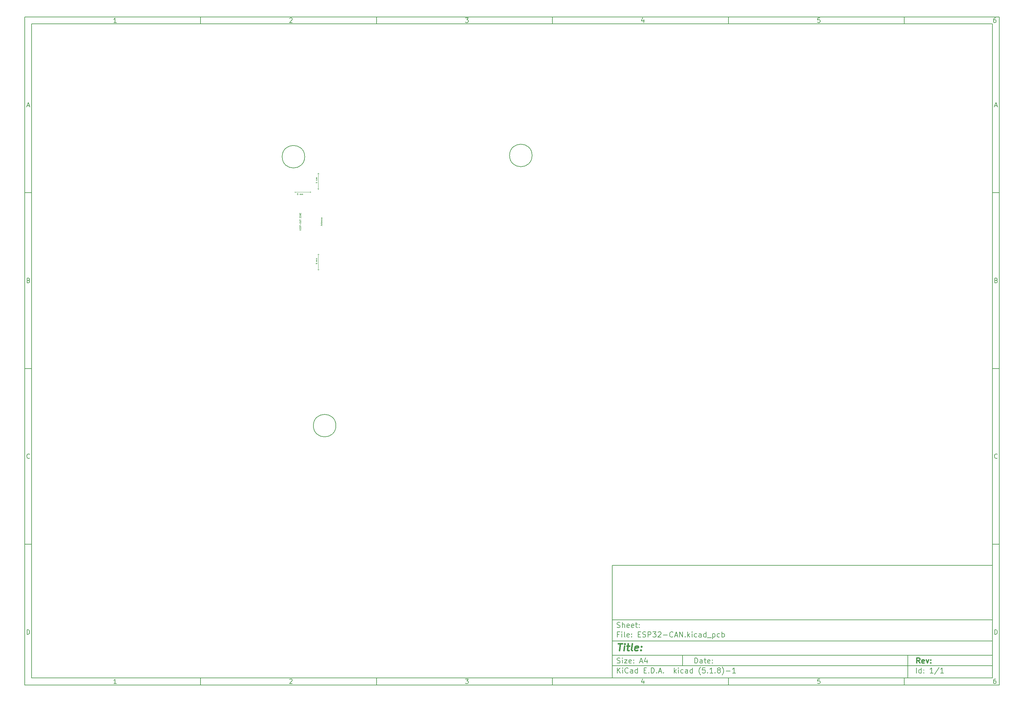
<source format=gbr>
G04 #@! TF.GenerationSoftware,KiCad,Pcbnew,(5.1.8)-1*
G04 #@! TF.CreationDate,2021-04-07T18:57:30+08:00*
G04 #@! TF.ProjectId,ESP32-CAN,45535033-322d-4434-914e-2e6b69636164,rev?*
G04 #@! TF.SameCoordinates,Original*
G04 #@! TF.FileFunction,Other,Comment*
%FSLAX46Y46*%
G04 Gerber Fmt 4.6, Leading zero omitted, Abs format (unit mm)*
G04 Created by KiCad (PCBNEW (5.1.8)-1) date 2021-04-07 18:57:30*
%MOMM*%
%LPD*%
G01*
G04 APERTURE LIST*
%ADD10C,0.100000*%
%ADD11C,0.150000*%
%ADD12C,0.300000*%
%ADD13C,0.400000*%
G04 APERTURE END LIST*
D10*
D11*
X177002200Y-166007200D02*
X177002200Y-198007200D01*
X285002200Y-198007200D01*
X285002200Y-166007200D01*
X177002200Y-166007200D01*
D10*
D11*
X10000000Y-10000000D02*
X10000000Y-200007200D01*
X287002200Y-200007200D01*
X287002200Y-10000000D01*
X10000000Y-10000000D01*
D10*
D11*
X12000000Y-12000000D02*
X12000000Y-198007200D01*
X285002200Y-198007200D01*
X285002200Y-12000000D01*
X12000000Y-12000000D01*
D10*
D11*
X60000000Y-12000000D02*
X60000000Y-10000000D01*
D10*
D11*
X110000000Y-12000000D02*
X110000000Y-10000000D01*
D10*
D11*
X160000000Y-12000000D02*
X160000000Y-10000000D01*
D10*
D11*
X210000000Y-12000000D02*
X210000000Y-10000000D01*
D10*
D11*
X260000000Y-12000000D02*
X260000000Y-10000000D01*
D10*
D11*
X36065476Y-11588095D02*
X35322619Y-11588095D01*
X35694047Y-11588095D02*
X35694047Y-10288095D01*
X35570238Y-10473809D01*
X35446428Y-10597619D01*
X35322619Y-10659523D01*
D10*
D11*
X85322619Y-10411904D02*
X85384523Y-10350000D01*
X85508333Y-10288095D01*
X85817857Y-10288095D01*
X85941666Y-10350000D01*
X86003571Y-10411904D01*
X86065476Y-10535714D01*
X86065476Y-10659523D01*
X86003571Y-10845238D01*
X85260714Y-11588095D01*
X86065476Y-11588095D01*
D10*
D11*
X135260714Y-10288095D02*
X136065476Y-10288095D01*
X135632142Y-10783333D01*
X135817857Y-10783333D01*
X135941666Y-10845238D01*
X136003571Y-10907142D01*
X136065476Y-11030952D01*
X136065476Y-11340476D01*
X136003571Y-11464285D01*
X135941666Y-11526190D01*
X135817857Y-11588095D01*
X135446428Y-11588095D01*
X135322619Y-11526190D01*
X135260714Y-11464285D01*
D10*
D11*
X185941666Y-10721428D02*
X185941666Y-11588095D01*
X185632142Y-10226190D02*
X185322619Y-11154761D01*
X186127380Y-11154761D01*
D10*
D11*
X236003571Y-10288095D02*
X235384523Y-10288095D01*
X235322619Y-10907142D01*
X235384523Y-10845238D01*
X235508333Y-10783333D01*
X235817857Y-10783333D01*
X235941666Y-10845238D01*
X236003571Y-10907142D01*
X236065476Y-11030952D01*
X236065476Y-11340476D01*
X236003571Y-11464285D01*
X235941666Y-11526190D01*
X235817857Y-11588095D01*
X235508333Y-11588095D01*
X235384523Y-11526190D01*
X235322619Y-11464285D01*
D10*
D11*
X285941666Y-10288095D02*
X285694047Y-10288095D01*
X285570238Y-10350000D01*
X285508333Y-10411904D01*
X285384523Y-10597619D01*
X285322619Y-10845238D01*
X285322619Y-11340476D01*
X285384523Y-11464285D01*
X285446428Y-11526190D01*
X285570238Y-11588095D01*
X285817857Y-11588095D01*
X285941666Y-11526190D01*
X286003571Y-11464285D01*
X286065476Y-11340476D01*
X286065476Y-11030952D01*
X286003571Y-10907142D01*
X285941666Y-10845238D01*
X285817857Y-10783333D01*
X285570238Y-10783333D01*
X285446428Y-10845238D01*
X285384523Y-10907142D01*
X285322619Y-11030952D01*
D10*
D11*
X60000000Y-198007200D02*
X60000000Y-200007200D01*
D10*
D11*
X110000000Y-198007200D02*
X110000000Y-200007200D01*
D10*
D11*
X160000000Y-198007200D02*
X160000000Y-200007200D01*
D10*
D11*
X210000000Y-198007200D02*
X210000000Y-200007200D01*
D10*
D11*
X260000000Y-198007200D02*
X260000000Y-200007200D01*
D10*
D11*
X36065476Y-199595295D02*
X35322619Y-199595295D01*
X35694047Y-199595295D02*
X35694047Y-198295295D01*
X35570238Y-198481009D01*
X35446428Y-198604819D01*
X35322619Y-198666723D01*
D10*
D11*
X85322619Y-198419104D02*
X85384523Y-198357200D01*
X85508333Y-198295295D01*
X85817857Y-198295295D01*
X85941666Y-198357200D01*
X86003571Y-198419104D01*
X86065476Y-198542914D01*
X86065476Y-198666723D01*
X86003571Y-198852438D01*
X85260714Y-199595295D01*
X86065476Y-199595295D01*
D10*
D11*
X135260714Y-198295295D02*
X136065476Y-198295295D01*
X135632142Y-198790533D01*
X135817857Y-198790533D01*
X135941666Y-198852438D01*
X136003571Y-198914342D01*
X136065476Y-199038152D01*
X136065476Y-199347676D01*
X136003571Y-199471485D01*
X135941666Y-199533390D01*
X135817857Y-199595295D01*
X135446428Y-199595295D01*
X135322619Y-199533390D01*
X135260714Y-199471485D01*
D10*
D11*
X185941666Y-198728628D02*
X185941666Y-199595295D01*
X185632142Y-198233390D02*
X185322619Y-199161961D01*
X186127380Y-199161961D01*
D10*
D11*
X236003571Y-198295295D02*
X235384523Y-198295295D01*
X235322619Y-198914342D01*
X235384523Y-198852438D01*
X235508333Y-198790533D01*
X235817857Y-198790533D01*
X235941666Y-198852438D01*
X236003571Y-198914342D01*
X236065476Y-199038152D01*
X236065476Y-199347676D01*
X236003571Y-199471485D01*
X235941666Y-199533390D01*
X235817857Y-199595295D01*
X235508333Y-199595295D01*
X235384523Y-199533390D01*
X235322619Y-199471485D01*
D10*
D11*
X285941666Y-198295295D02*
X285694047Y-198295295D01*
X285570238Y-198357200D01*
X285508333Y-198419104D01*
X285384523Y-198604819D01*
X285322619Y-198852438D01*
X285322619Y-199347676D01*
X285384523Y-199471485D01*
X285446428Y-199533390D01*
X285570238Y-199595295D01*
X285817857Y-199595295D01*
X285941666Y-199533390D01*
X286003571Y-199471485D01*
X286065476Y-199347676D01*
X286065476Y-199038152D01*
X286003571Y-198914342D01*
X285941666Y-198852438D01*
X285817857Y-198790533D01*
X285570238Y-198790533D01*
X285446428Y-198852438D01*
X285384523Y-198914342D01*
X285322619Y-199038152D01*
D10*
D11*
X10000000Y-60000000D02*
X12000000Y-60000000D01*
D10*
D11*
X10000000Y-110000000D02*
X12000000Y-110000000D01*
D10*
D11*
X10000000Y-160000000D02*
X12000000Y-160000000D01*
D10*
D11*
X10690476Y-35216666D02*
X11309523Y-35216666D01*
X10566666Y-35588095D02*
X11000000Y-34288095D01*
X11433333Y-35588095D01*
D10*
D11*
X11092857Y-84907142D02*
X11278571Y-84969047D01*
X11340476Y-85030952D01*
X11402380Y-85154761D01*
X11402380Y-85340476D01*
X11340476Y-85464285D01*
X11278571Y-85526190D01*
X11154761Y-85588095D01*
X10659523Y-85588095D01*
X10659523Y-84288095D01*
X11092857Y-84288095D01*
X11216666Y-84350000D01*
X11278571Y-84411904D01*
X11340476Y-84535714D01*
X11340476Y-84659523D01*
X11278571Y-84783333D01*
X11216666Y-84845238D01*
X11092857Y-84907142D01*
X10659523Y-84907142D01*
D10*
D11*
X11402380Y-135464285D02*
X11340476Y-135526190D01*
X11154761Y-135588095D01*
X11030952Y-135588095D01*
X10845238Y-135526190D01*
X10721428Y-135402380D01*
X10659523Y-135278571D01*
X10597619Y-135030952D01*
X10597619Y-134845238D01*
X10659523Y-134597619D01*
X10721428Y-134473809D01*
X10845238Y-134350000D01*
X11030952Y-134288095D01*
X11154761Y-134288095D01*
X11340476Y-134350000D01*
X11402380Y-134411904D01*
D10*
D11*
X10659523Y-185588095D02*
X10659523Y-184288095D01*
X10969047Y-184288095D01*
X11154761Y-184350000D01*
X11278571Y-184473809D01*
X11340476Y-184597619D01*
X11402380Y-184845238D01*
X11402380Y-185030952D01*
X11340476Y-185278571D01*
X11278571Y-185402380D01*
X11154761Y-185526190D01*
X10969047Y-185588095D01*
X10659523Y-185588095D01*
D10*
D11*
X287002200Y-60000000D02*
X285002200Y-60000000D01*
D10*
D11*
X287002200Y-110000000D02*
X285002200Y-110000000D01*
D10*
D11*
X287002200Y-160000000D02*
X285002200Y-160000000D01*
D10*
D11*
X285692676Y-35216666D02*
X286311723Y-35216666D01*
X285568866Y-35588095D02*
X286002200Y-34288095D01*
X286435533Y-35588095D01*
D10*
D11*
X286095057Y-84907142D02*
X286280771Y-84969047D01*
X286342676Y-85030952D01*
X286404580Y-85154761D01*
X286404580Y-85340476D01*
X286342676Y-85464285D01*
X286280771Y-85526190D01*
X286156961Y-85588095D01*
X285661723Y-85588095D01*
X285661723Y-84288095D01*
X286095057Y-84288095D01*
X286218866Y-84350000D01*
X286280771Y-84411904D01*
X286342676Y-84535714D01*
X286342676Y-84659523D01*
X286280771Y-84783333D01*
X286218866Y-84845238D01*
X286095057Y-84907142D01*
X285661723Y-84907142D01*
D10*
D11*
X286404580Y-135464285D02*
X286342676Y-135526190D01*
X286156961Y-135588095D01*
X286033152Y-135588095D01*
X285847438Y-135526190D01*
X285723628Y-135402380D01*
X285661723Y-135278571D01*
X285599819Y-135030952D01*
X285599819Y-134845238D01*
X285661723Y-134597619D01*
X285723628Y-134473809D01*
X285847438Y-134350000D01*
X286033152Y-134288095D01*
X286156961Y-134288095D01*
X286342676Y-134350000D01*
X286404580Y-134411904D01*
D10*
D11*
X285661723Y-185588095D02*
X285661723Y-184288095D01*
X285971247Y-184288095D01*
X286156961Y-184350000D01*
X286280771Y-184473809D01*
X286342676Y-184597619D01*
X286404580Y-184845238D01*
X286404580Y-185030952D01*
X286342676Y-185278571D01*
X286280771Y-185402380D01*
X286156961Y-185526190D01*
X285971247Y-185588095D01*
X285661723Y-185588095D01*
D10*
D11*
X200434342Y-193785771D02*
X200434342Y-192285771D01*
X200791485Y-192285771D01*
X201005771Y-192357200D01*
X201148628Y-192500057D01*
X201220057Y-192642914D01*
X201291485Y-192928628D01*
X201291485Y-193142914D01*
X201220057Y-193428628D01*
X201148628Y-193571485D01*
X201005771Y-193714342D01*
X200791485Y-193785771D01*
X200434342Y-193785771D01*
X202577200Y-193785771D02*
X202577200Y-193000057D01*
X202505771Y-192857200D01*
X202362914Y-192785771D01*
X202077200Y-192785771D01*
X201934342Y-192857200D01*
X202577200Y-193714342D02*
X202434342Y-193785771D01*
X202077200Y-193785771D01*
X201934342Y-193714342D01*
X201862914Y-193571485D01*
X201862914Y-193428628D01*
X201934342Y-193285771D01*
X202077200Y-193214342D01*
X202434342Y-193214342D01*
X202577200Y-193142914D01*
X203077200Y-192785771D02*
X203648628Y-192785771D01*
X203291485Y-192285771D02*
X203291485Y-193571485D01*
X203362914Y-193714342D01*
X203505771Y-193785771D01*
X203648628Y-193785771D01*
X204720057Y-193714342D02*
X204577200Y-193785771D01*
X204291485Y-193785771D01*
X204148628Y-193714342D01*
X204077200Y-193571485D01*
X204077200Y-193000057D01*
X204148628Y-192857200D01*
X204291485Y-192785771D01*
X204577200Y-192785771D01*
X204720057Y-192857200D01*
X204791485Y-193000057D01*
X204791485Y-193142914D01*
X204077200Y-193285771D01*
X205434342Y-193642914D02*
X205505771Y-193714342D01*
X205434342Y-193785771D01*
X205362914Y-193714342D01*
X205434342Y-193642914D01*
X205434342Y-193785771D01*
X205434342Y-192857200D02*
X205505771Y-192928628D01*
X205434342Y-193000057D01*
X205362914Y-192928628D01*
X205434342Y-192857200D01*
X205434342Y-193000057D01*
D10*
D11*
X177002200Y-194507200D02*
X285002200Y-194507200D01*
D10*
D11*
X178434342Y-196585771D02*
X178434342Y-195085771D01*
X179291485Y-196585771D02*
X178648628Y-195728628D01*
X179291485Y-195085771D02*
X178434342Y-195942914D01*
X179934342Y-196585771D02*
X179934342Y-195585771D01*
X179934342Y-195085771D02*
X179862914Y-195157200D01*
X179934342Y-195228628D01*
X180005771Y-195157200D01*
X179934342Y-195085771D01*
X179934342Y-195228628D01*
X181505771Y-196442914D02*
X181434342Y-196514342D01*
X181220057Y-196585771D01*
X181077200Y-196585771D01*
X180862914Y-196514342D01*
X180720057Y-196371485D01*
X180648628Y-196228628D01*
X180577200Y-195942914D01*
X180577200Y-195728628D01*
X180648628Y-195442914D01*
X180720057Y-195300057D01*
X180862914Y-195157200D01*
X181077200Y-195085771D01*
X181220057Y-195085771D01*
X181434342Y-195157200D01*
X181505771Y-195228628D01*
X182791485Y-196585771D02*
X182791485Y-195800057D01*
X182720057Y-195657200D01*
X182577200Y-195585771D01*
X182291485Y-195585771D01*
X182148628Y-195657200D01*
X182791485Y-196514342D02*
X182648628Y-196585771D01*
X182291485Y-196585771D01*
X182148628Y-196514342D01*
X182077200Y-196371485D01*
X182077200Y-196228628D01*
X182148628Y-196085771D01*
X182291485Y-196014342D01*
X182648628Y-196014342D01*
X182791485Y-195942914D01*
X184148628Y-196585771D02*
X184148628Y-195085771D01*
X184148628Y-196514342D02*
X184005771Y-196585771D01*
X183720057Y-196585771D01*
X183577200Y-196514342D01*
X183505771Y-196442914D01*
X183434342Y-196300057D01*
X183434342Y-195871485D01*
X183505771Y-195728628D01*
X183577200Y-195657200D01*
X183720057Y-195585771D01*
X184005771Y-195585771D01*
X184148628Y-195657200D01*
X186005771Y-195800057D02*
X186505771Y-195800057D01*
X186720057Y-196585771D02*
X186005771Y-196585771D01*
X186005771Y-195085771D01*
X186720057Y-195085771D01*
X187362914Y-196442914D02*
X187434342Y-196514342D01*
X187362914Y-196585771D01*
X187291485Y-196514342D01*
X187362914Y-196442914D01*
X187362914Y-196585771D01*
X188077200Y-196585771D02*
X188077200Y-195085771D01*
X188434342Y-195085771D01*
X188648628Y-195157200D01*
X188791485Y-195300057D01*
X188862914Y-195442914D01*
X188934342Y-195728628D01*
X188934342Y-195942914D01*
X188862914Y-196228628D01*
X188791485Y-196371485D01*
X188648628Y-196514342D01*
X188434342Y-196585771D01*
X188077200Y-196585771D01*
X189577200Y-196442914D02*
X189648628Y-196514342D01*
X189577200Y-196585771D01*
X189505771Y-196514342D01*
X189577200Y-196442914D01*
X189577200Y-196585771D01*
X190220057Y-196157200D02*
X190934342Y-196157200D01*
X190077200Y-196585771D02*
X190577200Y-195085771D01*
X191077200Y-196585771D01*
X191577200Y-196442914D02*
X191648628Y-196514342D01*
X191577200Y-196585771D01*
X191505771Y-196514342D01*
X191577200Y-196442914D01*
X191577200Y-196585771D01*
X194577200Y-196585771D02*
X194577200Y-195085771D01*
X194720057Y-196014342D02*
X195148628Y-196585771D01*
X195148628Y-195585771D02*
X194577200Y-196157200D01*
X195791485Y-196585771D02*
X195791485Y-195585771D01*
X195791485Y-195085771D02*
X195720057Y-195157200D01*
X195791485Y-195228628D01*
X195862914Y-195157200D01*
X195791485Y-195085771D01*
X195791485Y-195228628D01*
X197148628Y-196514342D02*
X197005771Y-196585771D01*
X196720057Y-196585771D01*
X196577200Y-196514342D01*
X196505771Y-196442914D01*
X196434342Y-196300057D01*
X196434342Y-195871485D01*
X196505771Y-195728628D01*
X196577200Y-195657200D01*
X196720057Y-195585771D01*
X197005771Y-195585771D01*
X197148628Y-195657200D01*
X198434342Y-196585771D02*
X198434342Y-195800057D01*
X198362914Y-195657200D01*
X198220057Y-195585771D01*
X197934342Y-195585771D01*
X197791485Y-195657200D01*
X198434342Y-196514342D02*
X198291485Y-196585771D01*
X197934342Y-196585771D01*
X197791485Y-196514342D01*
X197720057Y-196371485D01*
X197720057Y-196228628D01*
X197791485Y-196085771D01*
X197934342Y-196014342D01*
X198291485Y-196014342D01*
X198434342Y-195942914D01*
X199791485Y-196585771D02*
X199791485Y-195085771D01*
X199791485Y-196514342D02*
X199648628Y-196585771D01*
X199362914Y-196585771D01*
X199220057Y-196514342D01*
X199148628Y-196442914D01*
X199077200Y-196300057D01*
X199077200Y-195871485D01*
X199148628Y-195728628D01*
X199220057Y-195657200D01*
X199362914Y-195585771D01*
X199648628Y-195585771D01*
X199791485Y-195657200D01*
X202077200Y-197157200D02*
X202005771Y-197085771D01*
X201862914Y-196871485D01*
X201791485Y-196728628D01*
X201720057Y-196514342D01*
X201648628Y-196157200D01*
X201648628Y-195871485D01*
X201720057Y-195514342D01*
X201791485Y-195300057D01*
X201862914Y-195157200D01*
X202005771Y-194942914D01*
X202077200Y-194871485D01*
X203362914Y-195085771D02*
X202648628Y-195085771D01*
X202577200Y-195800057D01*
X202648628Y-195728628D01*
X202791485Y-195657200D01*
X203148628Y-195657200D01*
X203291485Y-195728628D01*
X203362914Y-195800057D01*
X203434342Y-195942914D01*
X203434342Y-196300057D01*
X203362914Y-196442914D01*
X203291485Y-196514342D01*
X203148628Y-196585771D01*
X202791485Y-196585771D01*
X202648628Y-196514342D01*
X202577200Y-196442914D01*
X204077200Y-196442914D02*
X204148628Y-196514342D01*
X204077200Y-196585771D01*
X204005771Y-196514342D01*
X204077200Y-196442914D01*
X204077200Y-196585771D01*
X205577200Y-196585771D02*
X204720057Y-196585771D01*
X205148628Y-196585771D02*
X205148628Y-195085771D01*
X205005771Y-195300057D01*
X204862914Y-195442914D01*
X204720057Y-195514342D01*
X206220057Y-196442914D02*
X206291485Y-196514342D01*
X206220057Y-196585771D01*
X206148628Y-196514342D01*
X206220057Y-196442914D01*
X206220057Y-196585771D01*
X207148628Y-195728628D02*
X207005771Y-195657200D01*
X206934342Y-195585771D01*
X206862914Y-195442914D01*
X206862914Y-195371485D01*
X206934342Y-195228628D01*
X207005771Y-195157200D01*
X207148628Y-195085771D01*
X207434342Y-195085771D01*
X207577200Y-195157200D01*
X207648628Y-195228628D01*
X207720057Y-195371485D01*
X207720057Y-195442914D01*
X207648628Y-195585771D01*
X207577200Y-195657200D01*
X207434342Y-195728628D01*
X207148628Y-195728628D01*
X207005771Y-195800057D01*
X206934342Y-195871485D01*
X206862914Y-196014342D01*
X206862914Y-196300057D01*
X206934342Y-196442914D01*
X207005771Y-196514342D01*
X207148628Y-196585771D01*
X207434342Y-196585771D01*
X207577200Y-196514342D01*
X207648628Y-196442914D01*
X207720057Y-196300057D01*
X207720057Y-196014342D01*
X207648628Y-195871485D01*
X207577200Y-195800057D01*
X207434342Y-195728628D01*
X208220057Y-197157200D02*
X208291485Y-197085771D01*
X208434342Y-196871485D01*
X208505771Y-196728628D01*
X208577200Y-196514342D01*
X208648628Y-196157200D01*
X208648628Y-195871485D01*
X208577200Y-195514342D01*
X208505771Y-195300057D01*
X208434342Y-195157200D01*
X208291485Y-194942914D01*
X208220057Y-194871485D01*
X209362914Y-196014342D02*
X210505771Y-196014342D01*
X212005771Y-196585771D02*
X211148628Y-196585771D01*
X211577200Y-196585771D02*
X211577200Y-195085771D01*
X211434342Y-195300057D01*
X211291485Y-195442914D01*
X211148628Y-195514342D01*
D10*
D11*
X177002200Y-191507200D02*
X285002200Y-191507200D01*
D10*
D12*
X264411485Y-193785771D02*
X263911485Y-193071485D01*
X263554342Y-193785771D02*
X263554342Y-192285771D01*
X264125771Y-192285771D01*
X264268628Y-192357200D01*
X264340057Y-192428628D01*
X264411485Y-192571485D01*
X264411485Y-192785771D01*
X264340057Y-192928628D01*
X264268628Y-193000057D01*
X264125771Y-193071485D01*
X263554342Y-193071485D01*
X265625771Y-193714342D02*
X265482914Y-193785771D01*
X265197200Y-193785771D01*
X265054342Y-193714342D01*
X264982914Y-193571485D01*
X264982914Y-193000057D01*
X265054342Y-192857200D01*
X265197200Y-192785771D01*
X265482914Y-192785771D01*
X265625771Y-192857200D01*
X265697200Y-193000057D01*
X265697200Y-193142914D01*
X264982914Y-193285771D01*
X266197200Y-192785771D02*
X266554342Y-193785771D01*
X266911485Y-192785771D01*
X267482914Y-193642914D02*
X267554342Y-193714342D01*
X267482914Y-193785771D01*
X267411485Y-193714342D01*
X267482914Y-193642914D01*
X267482914Y-193785771D01*
X267482914Y-192857200D02*
X267554342Y-192928628D01*
X267482914Y-193000057D01*
X267411485Y-192928628D01*
X267482914Y-192857200D01*
X267482914Y-193000057D01*
D10*
D11*
X178362914Y-193714342D02*
X178577200Y-193785771D01*
X178934342Y-193785771D01*
X179077200Y-193714342D01*
X179148628Y-193642914D01*
X179220057Y-193500057D01*
X179220057Y-193357200D01*
X179148628Y-193214342D01*
X179077200Y-193142914D01*
X178934342Y-193071485D01*
X178648628Y-193000057D01*
X178505771Y-192928628D01*
X178434342Y-192857200D01*
X178362914Y-192714342D01*
X178362914Y-192571485D01*
X178434342Y-192428628D01*
X178505771Y-192357200D01*
X178648628Y-192285771D01*
X179005771Y-192285771D01*
X179220057Y-192357200D01*
X179862914Y-193785771D02*
X179862914Y-192785771D01*
X179862914Y-192285771D02*
X179791485Y-192357200D01*
X179862914Y-192428628D01*
X179934342Y-192357200D01*
X179862914Y-192285771D01*
X179862914Y-192428628D01*
X180434342Y-192785771D02*
X181220057Y-192785771D01*
X180434342Y-193785771D01*
X181220057Y-193785771D01*
X182362914Y-193714342D02*
X182220057Y-193785771D01*
X181934342Y-193785771D01*
X181791485Y-193714342D01*
X181720057Y-193571485D01*
X181720057Y-193000057D01*
X181791485Y-192857200D01*
X181934342Y-192785771D01*
X182220057Y-192785771D01*
X182362914Y-192857200D01*
X182434342Y-193000057D01*
X182434342Y-193142914D01*
X181720057Y-193285771D01*
X183077200Y-193642914D02*
X183148628Y-193714342D01*
X183077200Y-193785771D01*
X183005771Y-193714342D01*
X183077200Y-193642914D01*
X183077200Y-193785771D01*
X183077200Y-192857200D02*
X183148628Y-192928628D01*
X183077200Y-193000057D01*
X183005771Y-192928628D01*
X183077200Y-192857200D01*
X183077200Y-193000057D01*
X184862914Y-193357200D02*
X185577200Y-193357200D01*
X184720057Y-193785771D02*
X185220057Y-192285771D01*
X185720057Y-193785771D01*
X186862914Y-192785771D02*
X186862914Y-193785771D01*
X186505771Y-192214342D02*
X186148628Y-193285771D01*
X187077200Y-193285771D01*
D10*
D11*
X263434342Y-196585771D02*
X263434342Y-195085771D01*
X264791485Y-196585771D02*
X264791485Y-195085771D01*
X264791485Y-196514342D02*
X264648628Y-196585771D01*
X264362914Y-196585771D01*
X264220057Y-196514342D01*
X264148628Y-196442914D01*
X264077200Y-196300057D01*
X264077200Y-195871485D01*
X264148628Y-195728628D01*
X264220057Y-195657200D01*
X264362914Y-195585771D01*
X264648628Y-195585771D01*
X264791485Y-195657200D01*
X265505771Y-196442914D02*
X265577200Y-196514342D01*
X265505771Y-196585771D01*
X265434342Y-196514342D01*
X265505771Y-196442914D01*
X265505771Y-196585771D01*
X265505771Y-195657200D02*
X265577200Y-195728628D01*
X265505771Y-195800057D01*
X265434342Y-195728628D01*
X265505771Y-195657200D01*
X265505771Y-195800057D01*
X268148628Y-196585771D02*
X267291485Y-196585771D01*
X267720057Y-196585771D02*
X267720057Y-195085771D01*
X267577200Y-195300057D01*
X267434342Y-195442914D01*
X267291485Y-195514342D01*
X269862914Y-195014342D02*
X268577200Y-196942914D01*
X271148628Y-196585771D02*
X270291485Y-196585771D01*
X270720057Y-196585771D02*
X270720057Y-195085771D01*
X270577200Y-195300057D01*
X270434342Y-195442914D01*
X270291485Y-195514342D01*
D10*
D11*
X177002200Y-187507200D02*
X285002200Y-187507200D01*
D10*
D13*
X178714580Y-188211961D02*
X179857438Y-188211961D01*
X179036009Y-190211961D02*
X179286009Y-188211961D01*
X180274104Y-190211961D02*
X180440771Y-188878628D01*
X180524104Y-188211961D02*
X180416961Y-188307200D01*
X180500295Y-188402438D01*
X180607438Y-188307200D01*
X180524104Y-188211961D01*
X180500295Y-188402438D01*
X181107438Y-188878628D02*
X181869342Y-188878628D01*
X181476485Y-188211961D02*
X181262200Y-189926247D01*
X181333628Y-190116723D01*
X181512200Y-190211961D01*
X181702676Y-190211961D01*
X182655057Y-190211961D02*
X182476485Y-190116723D01*
X182405057Y-189926247D01*
X182619342Y-188211961D01*
X184190771Y-190116723D02*
X183988390Y-190211961D01*
X183607438Y-190211961D01*
X183428866Y-190116723D01*
X183357438Y-189926247D01*
X183452676Y-189164342D01*
X183571723Y-188973866D01*
X183774104Y-188878628D01*
X184155057Y-188878628D01*
X184333628Y-188973866D01*
X184405057Y-189164342D01*
X184381247Y-189354819D01*
X183405057Y-189545295D01*
X185155057Y-190021485D02*
X185238390Y-190116723D01*
X185131247Y-190211961D01*
X185047914Y-190116723D01*
X185155057Y-190021485D01*
X185131247Y-190211961D01*
X185286009Y-188973866D02*
X185369342Y-189069104D01*
X185262200Y-189164342D01*
X185178866Y-189069104D01*
X185286009Y-188973866D01*
X185262200Y-189164342D01*
D10*
D11*
X178934342Y-185600057D02*
X178434342Y-185600057D01*
X178434342Y-186385771D02*
X178434342Y-184885771D01*
X179148628Y-184885771D01*
X179720057Y-186385771D02*
X179720057Y-185385771D01*
X179720057Y-184885771D02*
X179648628Y-184957200D01*
X179720057Y-185028628D01*
X179791485Y-184957200D01*
X179720057Y-184885771D01*
X179720057Y-185028628D01*
X180648628Y-186385771D02*
X180505771Y-186314342D01*
X180434342Y-186171485D01*
X180434342Y-184885771D01*
X181791485Y-186314342D02*
X181648628Y-186385771D01*
X181362914Y-186385771D01*
X181220057Y-186314342D01*
X181148628Y-186171485D01*
X181148628Y-185600057D01*
X181220057Y-185457200D01*
X181362914Y-185385771D01*
X181648628Y-185385771D01*
X181791485Y-185457200D01*
X181862914Y-185600057D01*
X181862914Y-185742914D01*
X181148628Y-185885771D01*
X182505771Y-186242914D02*
X182577200Y-186314342D01*
X182505771Y-186385771D01*
X182434342Y-186314342D01*
X182505771Y-186242914D01*
X182505771Y-186385771D01*
X182505771Y-185457200D02*
X182577200Y-185528628D01*
X182505771Y-185600057D01*
X182434342Y-185528628D01*
X182505771Y-185457200D01*
X182505771Y-185600057D01*
X184362914Y-185600057D02*
X184862914Y-185600057D01*
X185077200Y-186385771D02*
X184362914Y-186385771D01*
X184362914Y-184885771D01*
X185077200Y-184885771D01*
X185648628Y-186314342D02*
X185862914Y-186385771D01*
X186220057Y-186385771D01*
X186362914Y-186314342D01*
X186434342Y-186242914D01*
X186505771Y-186100057D01*
X186505771Y-185957200D01*
X186434342Y-185814342D01*
X186362914Y-185742914D01*
X186220057Y-185671485D01*
X185934342Y-185600057D01*
X185791485Y-185528628D01*
X185720057Y-185457200D01*
X185648628Y-185314342D01*
X185648628Y-185171485D01*
X185720057Y-185028628D01*
X185791485Y-184957200D01*
X185934342Y-184885771D01*
X186291485Y-184885771D01*
X186505771Y-184957200D01*
X187148628Y-186385771D02*
X187148628Y-184885771D01*
X187720057Y-184885771D01*
X187862914Y-184957200D01*
X187934342Y-185028628D01*
X188005771Y-185171485D01*
X188005771Y-185385771D01*
X187934342Y-185528628D01*
X187862914Y-185600057D01*
X187720057Y-185671485D01*
X187148628Y-185671485D01*
X188505771Y-184885771D02*
X189434342Y-184885771D01*
X188934342Y-185457200D01*
X189148628Y-185457200D01*
X189291485Y-185528628D01*
X189362914Y-185600057D01*
X189434342Y-185742914D01*
X189434342Y-186100057D01*
X189362914Y-186242914D01*
X189291485Y-186314342D01*
X189148628Y-186385771D01*
X188720057Y-186385771D01*
X188577200Y-186314342D01*
X188505771Y-186242914D01*
X190005771Y-185028628D02*
X190077200Y-184957200D01*
X190220057Y-184885771D01*
X190577200Y-184885771D01*
X190720057Y-184957200D01*
X190791485Y-185028628D01*
X190862914Y-185171485D01*
X190862914Y-185314342D01*
X190791485Y-185528628D01*
X189934342Y-186385771D01*
X190862914Y-186385771D01*
X191505771Y-185814342D02*
X192648628Y-185814342D01*
X194220057Y-186242914D02*
X194148628Y-186314342D01*
X193934342Y-186385771D01*
X193791485Y-186385771D01*
X193577200Y-186314342D01*
X193434342Y-186171485D01*
X193362914Y-186028628D01*
X193291485Y-185742914D01*
X193291485Y-185528628D01*
X193362914Y-185242914D01*
X193434342Y-185100057D01*
X193577200Y-184957200D01*
X193791485Y-184885771D01*
X193934342Y-184885771D01*
X194148628Y-184957200D01*
X194220057Y-185028628D01*
X194791485Y-185957200D02*
X195505771Y-185957200D01*
X194648628Y-186385771D02*
X195148628Y-184885771D01*
X195648628Y-186385771D01*
X196148628Y-186385771D02*
X196148628Y-184885771D01*
X197005771Y-186385771D01*
X197005771Y-184885771D01*
X197720057Y-186242914D02*
X197791485Y-186314342D01*
X197720057Y-186385771D01*
X197648628Y-186314342D01*
X197720057Y-186242914D01*
X197720057Y-186385771D01*
X198434342Y-186385771D02*
X198434342Y-184885771D01*
X198577200Y-185814342D02*
X199005771Y-186385771D01*
X199005771Y-185385771D02*
X198434342Y-185957200D01*
X199648628Y-186385771D02*
X199648628Y-185385771D01*
X199648628Y-184885771D02*
X199577200Y-184957200D01*
X199648628Y-185028628D01*
X199720057Y-184957200D01*
X199648628Y-184885771D01*
X199648628Y-185028628D01*
X201005771Y-186314342D02*
X200862914Y-186385771D01*
X200577200Y-186385771D01*
X200434342Y-186314342D01*
X200362914Y-186242914D01*
X200291485Y-186100057D01*
X200291485Y-185671485D01*
X200362914Y-185528628D01*
X200434342Y-185457200D01*
X200577200Y-185385771D01*
X200862914Y-185385771D01*
X201005771Y-185457200D01*
X202291485Y-186385771D02*
X202291485Y-185600057D01*
X202220057Y-185457200D01*
X202077200Y-185385771D01*
X201791485Y-185385771D01*
X201648628Y-185457200D01*
X202291485Y-186314342D02*
X202148628Y-186385771D01*
X201791485Y-186385771D01*
X201648628Y-186314342D01*
X201577200Y-186171485D01*
X201577200Y-186028628D01*
X201648628Y-185885771D01*
X201791485Y-185814342D01*
X202148628Y-185814342D01*
X202291485Y-185742914D01*
X203648628Y-186385771D02*
X203648628Y-184885771D01*
X203648628Y-186314342D02*
X203505771Y-186385771D01*
X203220057Y-186385771D01*
X203077200Y-186314342D01*
X203005771Y-186242914D01*
X202934342Y-186100057D01*
X202934342Y-185671485D01*
X203005771Y-185528628D01*
X203077200Y-185457200D01*
X203220057Y-185385771D01*
X203505771Y-185385771D01*
X203648628Y-185457200D01*
X204005771Y-186528628D02*
X205148628Y-186528628D01*
X205505771Y-185385771D02*
X205505771Y-186885771D01*
X205505771Y-185457200D02*
X205648628Y-185385771D01*
X205934342Y-185385771D01*
X206077200Y-185457200D01*
X206148628Y-185528628D01*
X206220057Y-185671485D01*
X206220057Y-186100057D01*
X206148628Y-186242914D01*
X206077200Y-186314342D01*
X205934342Y-186385771D01*
X205648628Y-186385771D01*
X205505771Y-186314342D01*
X207505771Y-186314342D02*
X207362914Y-186385771D01*
X207077200Y-186385771D01*
X206934342Y-186314342D01*
X206862914Y-186242914D01*
X206791485Y-186100057D01*
X206791485Y-185671485D01*
X206862914Y-185528628D01*
X206934342Y-185457200D01*
X207077200Y-185385771D01*
X207362914Y-185385771D01*
X207505771Y-185457200D01*
X208148628Y-186385771D02*
X208148628Y-184885771D01*
X208148628Y-185457200D02*
X208291485Y-185385771D01*
X208577200Y-185385771D01*
X208720057Y-185457200D01*
X208791485Y-185528628D01*
X208862914Y-185671485D01*
X208862914Y-186100057D01*
X208791485Y-186242914D01*
X208720057Y-186314342D01*
X208577200Y-186385771D01*
X208291485Y-186385771D01*
X208148628Y-186314342D01*
D10*
D11*
X177002200Y-181507200D02*
X285002200Y-181507200D01*
D10*
D11*
X178362914Y-183614342D02*
X178577200Y-183685771D01*
X178934342Y-183685771D01*
X179077200Y-183614342D01*
X179148628Y-183542914D01*
X179220057Y-183400057D01*
X179220057Y-183257200D01*
X179148628Y-183114342D01*
X179077200Y-183042914D01*
X178934342Y-182971485D01*
X178648628Y-182900057D01*
X178505771Y-182828628D01*
X178434342Y-182757200D01*
X178362914Y-182614342D01*
X178362914Y-182471485D01*
X178434342Y-182328628D01*
X178505771Y-182257200D01*
X178648628Y-182185771D01*
X179005771Y-182185771D01*
X179220057Y-182257200D01*
X179862914Y-183685771D02*
X179862914Y-182185771D01*
X180505771Y-183685771D02*
X180505771Y-182900057D01*
X180434342Y-182757200D01*
X180291485Y-182685771D01*
X180077200Y-182685771D01*
X179934342Y-182757200D01*
X179862914Y-182828628D01*
X181791485Y-183614342D02*
X181648628Y-183685771D01*
X181362914Y-183685771D01*
X181220057Y-183614342D01*
X181148628Y-183471485D01*
X181148628Y-182900057D01*
X181220057Y-182757200D01*
X181362914Y-182685771D01*
X181648628Y-182685771D01*
X181791485Y-182757200D01*
X181862914Y-182900057D01*
X181862914Y-183042914D01*
X181148628Y-183185771D01*
X183077200Y-183614342D02*
X182934342Y-183685771D01*
X182648628Y-183685771D01*
X182505771Y-183614342D01*
X182434342Y-183471485D01*
X182434342Y-182900057D01*
X182505771Y-182757200D01*
X182648628Y-182685771D01*
X182934342Y-182685771D01*
X183077200Y-182757200D01*
X183148628Y-182900057D01*
X183148628Y-183042914D01*
X182434342Y-183185771D01*
X183577200Y-182685771D02*
X184148628Y-182685771D01*
X183791485Y-182185771D02*
X183791485Y-183471485D01*
X183862914Y-183614342D01*
X184005771Y-183685771D01*
X184148628Y-183685771D01*
X184648628Y-183542914D02*
X184720057Y-183614342D01*
X184648628Y-183685771D01*
X184577200Y-183614342D01*
X184648628Y-183542914D01*
X184648628Y-183685771D01*
X184648628Y-182757200D02*
X184720057Y-182828628D01*
X184648628Y-182900057D01*
X184577200Y-182828628D01*
X184648628Y-182757200D01*
X184648628Y-182900057D01*
D10*
D11*
X197002200Y-191507200D02*
X197002200Y-194507200D01*
D10*
D11*
X261002200Y-191507200D02*
X261002200Y-198007200D01*
D10*
X93440000Y-58999000D02*
X93440000Y-54399000D01*
X93440000Y-54399000D02*
X93240000Y-54599000D01*
X93440000Y-54399000D02*
X93640000Y-54599000D01*
X93440000Y-58999000D02*
X93240000Y-58799000D01*
X93440000Y-58999000D02*
X93640000Y-58799000D01*
X93440000Y-81999000D02*
X93240000Y-81799000D01*
X93440000Y-81999000D02*
X93640000Y-81799000D01*
X93440000Y-77399000D02*
X93640000Y-77599000D01*
X93440000Y-81999000D02*
X93440000Y-77399000D01*
X93440000Y-77399000D02*
X93240000Y-77599000D01*
X91315000Y-59799000D02*
X91115000Y-59999000D01*
X91315000Y-59799000D02*
X91115000Y-59599000D01*
X86715000Y-59799000D02*
X86915000Y-59599000D01*
X91315000Y-59799000D02*
X86715000Y-59799000D01*
X86715000Y-59799000D02*
X86915000Y-59999000D01*
D11*
X98450000Y-126238000D02*
G75*
G03*
X98450000Y-126238000I-3200000J0D01*
G01*
X154203000Y-49403000D02*
G75*
G03*
X154203000Y-49403000I-3200000J0D01*
G01*
X89585400Y-49758600D02*
G75*
G03*
X89585400Y-49758600I-3200000J0D01*
G01*
D10*
X87649523Y-60179952D02*
X87459047Y-60179952D01*
X87440000Y-60370428D01*
X87459047Y-60351380D01*
X87497142Y-60332333D01*
X87592380Y-60332333D01*
X87630476Y-60351380D01*
X87649523Y-60370428D01*
X87668571Y-60408523D01*
X87668571Y-60503761D01*
X87649523Y-60541857D01*
X87630476Y-60560904D01*
X87592380Y-60579952D01*
X87497142Y-60579952D01*
X87459047Y-60560904D01*
X87440000Y-60541857D01*
X88144761Y-60579952D02*
X88144761Y-60313285D01*
X88144761Y-60351380D02*
X88163809Y-60332333D01*
X88201904Y-60313285D01*
X88259047Y-60313285D01*
X88297142Y-60332333D01*
X88316190Y-60370428D01*
X88316190Y-60579952D01*
X88316190Y-60370428D02*
X88335238Y-60332333D01*
X88373333Y-60313285D01*
X88430476Y-60313285D01*
X88468571Y-60332333D01*
X88487619Y-60370428D01*
X88487619Y-60579952D01*
X88678095Y-60579952D02*
X88678095Y-60313285D01*
X88678095Y-60351380D02*
X88697142Y-60332333D01*
X88735238Y-60313285D01*
X88792380Y-60313285D01*
X88830476Y-60332333D01*
X88849523Y-60370428D01*
X88849523Y-60579952D01*
X88849523Y-60370428D02*
X88868571Y-60332333D01*
X88906666Y-60313285D01*
X88963809Y-60313285D01*
X89001904Y-60332333D01*
X89020952Y-60370428D01*
X89020952Y-60579952D01*
X92720952Y-79989476D02*
X92720952Y-80179952D01*
X92911428Y-80199000D01*
X92892380Y-80179952D01*
X92873333Y-80141857D01*
X92873333Y-80046619D01*
X92892380Y-80008523D01*
X92911428Y-79989476D01*
X92949523Y-79970428D01*
X93044761Y-79970428D01*
X93082857Y-79989476D01*
X93101904Y-80008523D01*
X93120952Y-80046619D01*
X93120952Y-80141857D01*
X93101904Y-80179952D01*
X93082857Y-80199000D01*
X93120952Y-79494238D02*
X92854285Y-79494238D01*
X92892380Y-79494238D02*
X92873333Y-79475190D01*
X92854285Y-79437095D01*
X92854285Y-79379952D01*
X92873333Y-79341857D01*
X92911428Y-79322809D01*
X93120952Y-79322809D01*
X92911428Y-79322809D02*
X92873333Y-79303761D01*
X92854285Y-79265666D01*
X92854285Y-79208523D01*
X92873333Y-79170428D01*
X92911428Y-79151380D01*
X93120952Y-79151380D01*
X93120952Y-78960904D02*
X92854285Y-78960904D01*
X92892380Y-78960904D02*
X92873333Y-78941857D01*
X92854285Y-78903761D01*
X92854285Y-78846619D01*
X92873333Y-78808523D01*
X92911428Y-78789476D01*
X93120952Y-78789476D01*
X92911428Y-78789476D02*
X92873333Y-78770428D01*
X92854285Y-78732333D01*
X92854285Y-78675190D01*
X92873333Y-78637095D01*
X92911428Y-78618047D01*
X93120952Y-78618047D01*
X92720952Y-56989476D02*
X92720952Y-57179952D01*
X92911428Y-57199000D01*
X92892380Y-57179952D01*
X92873333Y-57141857D01*
X92873333Y-57046619D01*
X92892380Y-57008523D01*
X92911428Y-56989476D01*
X92949523Y-56970428D01*
X93044761Y-56970428D01*
X93082857Y-56989476D01*
X93101904Y-57008523D01*
X93120952Y-57046619D01*
X93120952Y-57141857D01*
X93101904Y-57179952D01*
X93082857Y-57199000D01*
X93120952Y-56494238D02*
X92854285Y-56494238D01*
X92892380Y-56494238D02*
X92873333Y-56475190D01*
X92854285Y-56437095D01*
X92854285Y-56379952D01*
X92873333Y-56341857D01*
X92911428Y-56322809D01*
X93120952Y-56322809D01*
X92911428Y-56322809D02*
X92873333Y-56303761D01*
X92854285Y-56265666D01*
X92854285Y-56208523D01*
X92873333Y-56170428D01*
X92911428Y-56151380D01*
X93120952Y-56151380D01*
X93120952Y-55960904D02*
X92854285Y-55960904D01*
X92892380Y-55960904D02*
X92873333Y-55941857D01*
X92854285Y-55903761D01*
X92854285Y-55846619D01*
X92873333Y-55808523D01*
X92911428Y-55789476D01*
X93120952Y-55789476D01*
X92911428Y-55789476D02*
X92873333Y-55770428D01*
X92854285Y-55732333D01*
X92854285Y-55675190D01*
X92873333Y-55637095D01*
X92911428Y-55618047D01*
X93120952Y-55618047D01*
X94381666Y-69303761D02*
X94381666Y-69113285D01*
X94495952Y-69341857D02*
X94095952Y-69208523D01*
X94495952Y-69075190D01*
X94229285Y-68941857D02*
X94495952Y-68941857D01*
X94267380Y-68941857D02*
X94248333Y-68922809D01*
X94229285Y-68884714D01*
X94229285Y-68827571D01*
X94248333Y-68789476D01*
X94286428Y-68770428D01*
X94495952Y-68770428D01*
X94229285Y-68637095D02*
X94229285Y-68484714D01*
X94095952Y-68579952D02*
X94438809Y-68579952D01*
X94476904Y-68560904D01*
X94495952Y-68522809D01*
X94495952Y-68484714D01*
X94476904Y-68199000D02*
X94495952Y-68237095D01*
X94495952Y-68313285D01*
X94476904Y-68351380D01*
X94438809Y-68370428D01*
X94286428Y-68370428D01*
X94248333Y-68351380D01*
X94229285Y-68313285D01*
X94229285Y-68237095D01*
X94248333Y-68199000D01*
X94286428Y-68179952D01*
X94324523Y-68179952D01*
X94362619Y-68370428D01*
X94229285Y-68008523D02*
X94495952Y-68008523D01*
X94267380Y-68008523D02*
X94248333Y-67989476D01*
X94229285Y-67951380D01*
X94229285Y-67894238D01*
X94248333Y-67856142D01*
X94286428Y-67837095D01*
X94495952Y-67837095D01*
X94229285Y-67646619D02*
X94495952Y-67646619D01*
X94267380Y-67646619D02*
X94248333Y-67627571D01*
X94229285Y-67589476D01*
X94229285Y-67532333D01*
X94248333Y-67494238D01*
X94286428Y-67475190D01*
X94495952Y-67475190D01*
X94495952Y-67113285D02*
X94286428Y-67113285D01*
X94248333Y-67132333D01*
X94229285Y-67170428D01*
X94229285Y-67246619D01*
X94248333Y-67284714D01*
X94476904Y-67113285D02*
X94495952Y-67151380D01*
X94495952Y-67246619D01*
X94476904Y-67284714D01*
X94438809Y-67303761D01*
X94400714Y-67303761D01*
X94362619Y-67284714D01*
X94343571Y-67246619D01*
X94343571Y-67151380D01*
X94324523Y-67113285D01*
X88495952Y-70627571D02*
X88095952Y-70627571D01*
X88495952Y-70399000D02*
X88267380Y-70570428D01*
X88095952Y-70399000D02*
X88324523Y-70627571D01*
X88286428Y-70227571D02*
X88286428Y-70094238D01*
X88495952Y-70037095D02*
X88495952Y-70227571D01*
X88095952Y-70227571D01*
X88095952Y-70037095D01*
X88286428Y-69865666D02*
X88286428Y-69732333D01*
X88495952Y-69675190D02*
X88495952Y-69865666D01*
X88095952Y-69865666D01*
X88095952Y-69675190D01*
X88495952Y-69503761D02*
X88095952Y-69503761D01*
X88095952Y-69351380D01*
X88115000Y-69313285D01*
X88134047Y-69294238D01*
X88172142Y-69275190D01*
X88229285Y-69275190D01*
X88267380Y-69294238D01*
X88286428Y-69313285D01*
X88305476Y-69351380D01*
X88305476Y-69503761D01*
X88343571Y-69103761D02*
X88343571Y-68799000D01*
X88095952Y-68532333D02*
X88095952Y-68456142D01*
X88115000Y-68418047D01*
X88153095Y-68379952D01*
X88229285Y-68360904D01*
X88362619Y-68360904D01*
X88438809Y-68379952D01*
X88476904Y-68418047D01*
X88495952Y-68456142D01*
X88495952Y-68532333D01*
X88476904Y-68570428D01*
X88438809Y-68608523D01*
X88362619Y-68627571D01*
X88229285Y-68627571D01*
X88153095Y-68608523D01*
X88115000Y-68570428D01*
X88095952Y-68532333D01*
X88095952Y-68189476D02*
X88419761Y-68189476D01*
X88457857Y-68170428D01*
X88476904Y-68151380D01*
X88495952Y-68113285D01*
X88495952Y-68037095D01*
X88476904Y-67999000D01*
X88457857Y-67979952D01*
X88419761Y-67960904D01*
X88095952Y-67960904D01*
X88095952Y-67827571D02*
X88095952Y-67599000D01*
X88495952Y-67713285D02*
X88095952Y-67713285D01*
X88095952Y-67199000D02*
X88095952Y-66932333D01*
X88495952Y-67199000D01*
X88495952Y-66932333D01*
X88095952Y-66703761D02*
X88095952Y-66627571D01*
X88115000Y-66589476D01*
X88153095Y-66551380D01*
X88229285Y-66532333D01*
X88362619Y-66532333D01*
X88438809Y-66551380D01*
X88476904Y-66589476D01*
X88495952Y-66627571D01*
X88495952Y-66703761D01*
X88476904Y-66741857D01*
X88438809Y-66779952D01*
X88362619Y-66799000D01*
X88229285Y-66799000D01*
X88153095Y-66779952D01*
X88115000Y-66741857D01*
X88095952Y-66703761D01*
X88495952Y-66360904D02*
X88095952Y-66360904D01*
X88495952Y-66132333D01*
X88095952Y-66132333D01*
X88286428Y-65941857D02*
X88286428Y-65808523D01*
X88495952Y-65751380D02*
X88495952Y-65941857D01*
X88095952Y-65941857D01*
X88095952Y-65751380D01*
M02*

</source>
